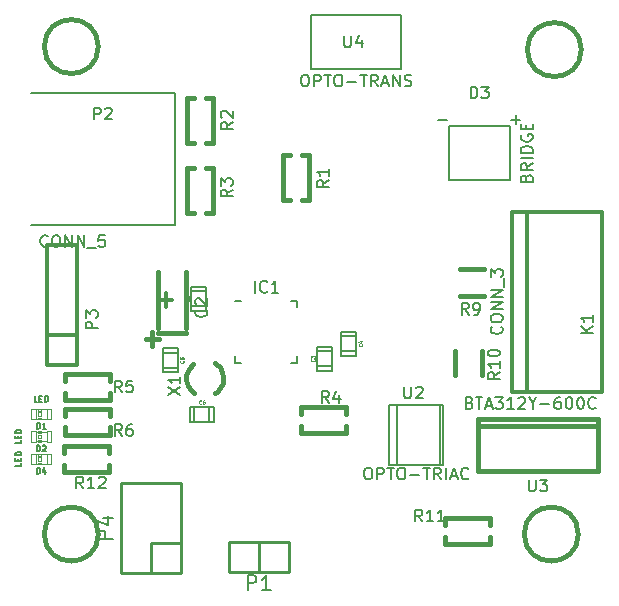
<source format=gto>
%FSLAX34Y34*%
G04 Gerber Fmt 3.4, Leading zero omitted, Abs format*
G04 (created by PCBNEW (2014-jan-25)-product) date Fri 29 May 2015 04:51:05 AM EDT*
%MOIN*%
G01*
G70*
G90*
G04 APERTURE LIST*
%ADD10C,0.005906*%
%ADD11C,0.005000*%
%ADD12C,0.015000*%
%ADD13C,0.002600*%
%ADD14C,0.004000*%
%ADD15C,0.012000*%
%ADD16C,0.010000*%
%ADD17C,0.002400*%
%ADD18C,0.008000*%
G04 APERTURE END LIST*
G54D10*
G54D11*
X38500Y-62400D02*
X39000Y-62400D01*
X38500Y-62900D02*
X38990Y-62900D01*
X38500Y-63050D02*
X38500Y-62250D01*
X38500Y-62250D02*
X39000Y-62250D01*
X39000Y-62250D02*
X39000Y-63050D01*
X39000Y-63050D02*
X38500Y-63050D01*
G54D12*
X37378Y-62070D02*
X37378Y-61755D01*
X37378Y-63330D02*
X37378Y-63645D01*
X38322Y-63330D02*
X38322Y-63645D01*
X38322Y-62070D02*
X38322Y-61755D01*
X36984Y-63999D02*
X37417Y-63999D01*
X37181Y-64235D02*
X37181Y-63763D01*
X37378Y-63802D02*
X38322Y-63802D01*
X37378Y-62070D02*
X37378Y-63330D01*
X38322Y-62070D02*
X38322Y-63330D01*
G54D11*
X42700Y-64400D02*
X43200Y-64400D01*
X42700Y-64900D02*
X43190Y-64900D01*
X42700Y-65050D02*
X42700Y-64250D01*
X42700Y-64250D02*
X43200Y-64250D01*
X43200Y-64250D02*
X43200Y-65050D01*
X43200Y-65050D02*
X42700Y-65050D01*
X44000Y-64400D02*
X43500Y-64400D01*
X44000Y-63900D02*
X43510Y-63900D01*
X44000Y-63750D02*
X44000Y-64550D01*
X44000Y-64550D02*
X43500Y-64550D01*
X43500Y-64550D02*
X43500Y-63750D01*
X43500Y-63750D02*
X44000Y-63750D01*
X38050Y-64950D02*
X37550Y-64950D01*
X38050Y-64450D02*
X37560Y-64450D01*
X38050Y-64300D02*
X38050Y-65100D01*
X38050Y-65100D02*
X37550Y-65100D01*
X37550Y-65100D02*
X37550Y-64300D01*
X37550Y-64300D02*
X38050Y-64300D01*
X39100Y-66250D02*
X39100Y-66750D01*
X38600Y-66250D02*
X38600Y-66740D01*
X38450Y-66250D02*
X39250Y-66250D01*
X39250Y-66250D02*
X39250Y-66750D01*
X39250Y-66750D02*
X38450Y-66750D01*
X38450Y-66750D02*
X38450Y-66250D01*
G54D13*
X33323Y-66677D02*
X33323Y-66323D01*
X33323Y-66323D02*
X33166Y-66323D01*
X33166Y-66677D02*
X33166Y-66323D01*
X33323Y-66677D02*
X33166Y-66677D01*
X33834Y-66677D02*
X33834Y-66323D01*
X33834Y-66323D02*
X33677Y-66323D01*
X33677Y-66677D02*
X33677Y-66323D01*
X33834Y-66677D02*
X33677Y-66677D01*
X33500Y-66677D02*
X33500Y-66618D01*
X33500Y-66618D02*
X33382Y-66618D01*
X33382Y-66677D02*
X33382Y-66618D01*
X33500Y-66677D02*
X33382Y-66677D01*
X33500Y-66382D02*
X33500Y-66323D01*
X33500Y-66323D02*
X33382Y-66323D01*
X33382Y-66382D02*
X33382Y-66323D01*
X33500Y-66382D02*
X33382Y-66382D01*
X33500Y-66559D02*
X33500Y-66441D01*
X33500Y-66441D02*
X33382Y-66441D01*
X33382Y-66559D02*
X33382Y-66441D01*
X33500Y-66559D02*
X33382Y-66559D01*
G54D14*
X33323Y-66657D02*
X33677Y-66657D01*
X33323Y-66343D02*
X33677Y-66343D01*
G54D13*
X33323Y-67427D02*
X33323Y-67073D01*
X33323Y-67073D02*
X33166Y-67073D01*
X33166Y-67427D02*
X33166Y-67073D01*
X33323Y-67427D02*
X33166Y-67427D01*
X33834Y-67427D02*
X33834Y-67073D01*
X33834Y-67073D02*
X33677Y-67073D01*
X33677Y-67427D02*
X33677Y-67073D01*
X33834Y-67427D02*
X33677Y-67427D01*
X33500Y-67427D02*
X33500Y-67368D01*
X33500Y-67368D02*
X33382Y-67368D01*
X33382Y-67427D02*
X33382Y-67368D01*
X33500Y-67427D02*
X33382Y-67427D01*
X33500Y-67132D02*
X33500Y-67073D01*
X33500Y-67073D02*
X33382Y-67073D01*
X33382Y-67132D02*
X33382Y-67073D01*
X33500Y-67132D02*
X33382Y-67132D01*
X33500Y-67309D02*
X33500Y-67191D01*
X33500Y-67191D02*
X33382Y-67191D01*
X33382Y-67309D02*
X33382Y-67191D01*
X33500Y-67309D02*
X33382Y-67309D01*
G54D14*
X33323Y-67407D02*
X33677Y-67407D01*
X33323Y-67093D02*
X33677Y-67093D01*
G54D10*
X47076Y-56894D02*
X49123Y-56894D01*
X49123Y-56894D02*
X49123Y-58705D01*
X49123Y-58705D02*
X47076Y-58705D01*
X47076Y-58705D02*
X47076Y-56894D01*
G54D13*
X33323Y-68177D02*
X33323Y-67823D01*
X33323Y-67823D02*
X33166Y-67823D01*
X33166Y-68177D02*
X33166Y-67823D01*
X33323Y-68177D02*
X33166Y-68177D01*
X33834Y-68177D02*
X33834Y-67823D01*
X33834Y-67823D02*
X33677Y-67823D01*
X33677Y-68177D02*
X33677Y-67823D01*
X33834Y-68177D02*
X33677Y-68177D01*
X33500Y-68177D02*
X33500Y-68118D01*
X33500Y-68118D02*
X33382Y-68118D01*
X33382Y-68177D02*
X33382Y-68118D01*
X33500Y-68177D02*
X33382Y-68177D01*
X33500Y-67882D02*
X33500Y-67823D01*
X33500Y-67823D02*
X33382Y-67823D01*
X33382Y-67882D02*
X33382Y-67823D01*
X33500Y-67882D02*
X33382Y-67882D01*
X33500Y-68059D02*
X33500Y-67941D01*
X33500Y-67941D02*
X33382Y-67941D01*
X33382Y-68059D02*
X33382Y-67941D01*
X33500Y-68059D02*
X33382Y-68059D01*
G54D14*
X33323Y-68157D02*
X33677Y-68157D01*
X33323Y-67843D02*
X33677Y-67843D01*
G54D15*
X49200Y-59750D02*
X52200Y-59750D01*
X49200Y-65750D02*
X52200Y-65750D01*
X49700Y-59750D02*
X49700Y-65750D01*
X52200Y-59750D02*
X52200Y-65750D01*
X49200Y-59750D02*
X49200Y-65750D01*
G54D10*
X33150Y-55800D02*
X37950Y-55800D01*
X37950Y-55800D02*
X37950Y-60200D01*
X37950Y-60200D02*
X33150Y-60200D01*
G54D15*
X33700Y-64850D02*
X33700Y-64850D01*
X34700Y-64850D02*
X33700Y-64850D01*
X33700Y-64850D02*
X33700Y-64850D01*
X33700Y-64850D02*
X33700Y-60850D01*
X33700Y-60850D02*
X34700Y-60850D01*
X34700Y-60850D02*
X34700Y-64850D01*
X34700Y-63850D02*
X33700Y-63850D01*
G54D16*
X37150Y-71800D02*
X37150Y-70800D01*
X37150Y-70800D02*
X38150Y-70800D01*
X38150Y-71800D02*
X38150Y-68800D01*
X38150Y-68800D02*
X36150Y-68800D01*
X36150Y-68800D02*
X36150Y-70800D01*
X38150Y-71800D02*
X37150Y-71800D01*
X36150Y-71800D02*
X37150Y-71800D01*
X36150Y-70800D02*
X36150Y-71800D01*
G54D12*
X41803Y-57852D02*
X41567Y-57852D01*
X41567Y-57852D02*
X41567Y-59348D01*
X41567Y-59348D02*
X41803Y-59348D01*
X42197Y-59348D02*
X42433Y-59348D01*
X42433Y-59348D02*
X42433Y-57852D01*
X42433Y-57852D02*
X42197Y-57852D01*
X38603Y-55952D02*
X38367Y-55952D01*
X38367Y-55952D02*
X38367Y-57448D01*
X38367Y-57448D02*
X38603Y-57448D01*
X38997Y-57448D02*
X39233Y-57448D01*
X39233Y-57448D02*
X39233Y-55952D01*
X39233Y-55952D02*
X38997Y-55952D01*
X38997Y-59798D02*
X39233Y-59798D01*
X39233Y-59798D02*
X39233Y-58302D01*
X39233Y-58302D02*
X38997Y-58302D01*
X38603Y-58302D02*
X38367Y-58302D01*
X38367Y-58302D02*
X38367Y-59798D01*
X38367Y-59798D02*
X38603Y-59798D01*
X43648Y-66503D02*
X43648Y-66267D01*
X43648Y-66267D02*
X42152Y-66267D01*
X42152Y-66267D02*
X42152Y-66503D01*
X42152Y-66897D02*
X42152Y-67133D01*
X42152Y-67133D02*
X43648Y-67133D01*
X43648Y-67133D02*
X43648Y-66897D01*
X34302Y-65797D02*
X34302Y-66033D01*
X34302Y-66033D02*
X35798Y-66033D01*
X35798Y-66033D02*
X35798Y-65797D01*
X35798Y-65403D02*
X35798Y-65167D01*
X35798Y-65167D02*
X34302Y-65167D01*
X34302Y-65167D02*
X34302Y-65403D01*
X34302Y-66947D02*
X34302Y-67183D01*
X34302Y-67183D02*
X35798Y-67183D01*
X35798Y-67183D02*
X35798Y-66947D01*
X35798Y-66553D02*
X35798Y-66317D01*
X35798Y-66317D02*
X34302Y-66317D01*
X34302Y-66317D02*
X34302Y-66553D01*
X47850Y-62550D02*
X48250Y-62550D01*
X47850Y-62550D02*
X47450Y-62550D01*
X47850Y-61650D02*
X48250Y-61650D01*
X47850Y-61650D02*
X47450Y-61650D01*
X47300Y-64800D02*
X47300Y-65200D01*
X47300Y-64800D02*
X47300Y-64400D01*
X48200Y-64800D02*
X48200Y-65200D01*
X48200Y-64800D02*
X48200Y-64400D01*
X46952Y-70597D02*
X46952Y-70833D01*
X46952Y-70833D02*
X48448Y-70833D01*
X48448Y-70833D02*
X48448Y-70597D01*
X48448Y-70203D02*
X48448Y-69967D01*
X48448Y-69967D02*
X46952Y-69967D01*
X46952Y-69967D02*
X46952Y-70203D01*
X35748Y-67803D02*
X35748Y-67567D01*
X35748Y-67567D02*
X34252Y-67567D01*
X34252Y-67567D02*
X34252Y-67803D01*
X34252Y-68197D02*
X34252Y-68433D01*
X34252Y-68433D02*
X35748Y-68433D01*
X35748Y-68433D02*
X35748Y-68197D01*
G54D10*
X46800Y-68200D02*
X45350Y-68200D01*
X45350Y-68200D02*
X46800Y-68200D01*
X46800Y-66200D02*
X46800Y-68200D01*
X45350Y-66200D02*
X45350Y-68200D01*
X45100Y-66200D02*
X46900Y-66200D01*
X46900Y-66200D02*
X46900Y-68200D01*
X46900Y-68200D02*
X45100Y-68200D01*
X45100Y-68200D02*
X45100Y-66200D01*
G54D12*
X48050Y-66900D02*
X48050Y-66650D01*
X48050Y-66650D02*
X52050Y-66650D01*
X52050Y-66650D02*
X52050Y-66900D01*
X48050Y-68400D02*
X48050Y-66900D01*
X48050Y-66900D02*
X52050Y-66900D01*
X52050Y-66900D02*
X52050Y-68400D01*
X52050Y-68400D02*
X48050Y-68400D01*
G54D10*
X42500Y-53200D02*
X45500Y-53200D01*
X45500Y-53200D02*
X45500Y-55000D01*
X45500Y-55000D02*
X42500Y-55000D01*
X42500Y-55000D02*
X42500Y-53200D01*
G54D12*
X38596Y-65812D02*
X38497Y-65713D01*
X38497Y-65713D02*
X38399Y-65576D01*
X38399Y-65576D02*
X38340Y-65359D01*
X38340Y-65359D02*
X38340Y-65202D01*
X38340Y-65202D02*
X38419Y-65005D01*
X38419Y-65005D02*
X38556Y-64847D01*
X39285Y-65812D02*
X39363Y-65753D01*
X39363Y-65753D02*
X39462Y-65635D01*
X39462Y-65635D02*
X39541Y-65457D01*
X39541Y-65457D02*
X39560Y-65280D01*
X39560Y-65280D02*
X39521Y-65083D01*
X39521Y-65083D02*
X39442Y-64946D01*
X39442Y-64946D02*
X39304Y-64808D01*
G54D16*
X40750Y-71750D02*
X40750Y-70750D01*
X41750Y-71750D02*
X41750Y-70750D01*
X41750Y-70750D02*
X40750Y-70750D01*
X40750Y-70750D02*
X39750Y-70750D01*
X39750Y-70750D02*
X39750Y-71750D01*
X39750Y-71750D02*
X41750Y-71750D01*
G54D10*
X42033Y-62716D02*
X42033Y-62923D01*
X39966Y-64783D02*
X39966Y-64576D01*
X42033Y-64783D02*
X42033Y-64576D01*
X39966Y-62716D02*
X40173Y-62716D01*
X39966Y-64783D02*
X40173Y-64783D01*
X42033Y-64783D02*
X41826Y-64783D01*
X42033Y-62716D02*
X41826Y-62716D01*
G54D12*
X35400Y-54250D02*
G75*
G03X35400Y-54250I-900J0D01*
G74*
G01*
X51400Y-70500D02*
G75*
G03X51400Y-70500I-900J0D01*
G74*
G01*
X35400Y-70500D02*
G75*
G03X35400Y-70500I-900J0D01*
G74*
G01*
X51500Y-54350D02*
G75*
G03X51500Y-54350I-900J0D01*
G74*
G01*
G54D17*
X38402Y-62669D02*
X38407Y-62675D01*
X38413Y-62692D01*
X38413Y-62703D01*
X38407Y-62720D01*
X38396Y-62731D01*
X38385Y-62737D01*
X38362Y-62742D01*
X38345Y-62742D01*
X38323Y-62737D01*
X38312Y-62731D01*
X38301Y-62720D01*
X38295Y-62703D01*
X38295Y-62692D01*
X38301Y-62675D01*
X38306Y-62669D01*
X38413Y-62557D02*
X38413Y-62624D01*
X38413Y-62591D02*
X38295Y-62591D01*
X38312Y-62602D01*
X38323Y-62613D01*
X38329Y-62624D01*
G54D10*
X38990Y-63015D02*
X39009Y-63034D01*
X39028Y-63090D01*
X39028Y-63128D01*
X39009Y-63184D01*
X38971Y-63221D01*
X38934Y-63240D01*
X38859Y-63259D01*
X38803Y-63259D01*
X38728Y-63240D01*
X38690Y-63221D01*
X38653Y-63184D01*
X38634Y-63128D01*
X38634Y-63090D01*
X38653Y-63034D01*
X38671Y-63015D01*
X38671Y-62865D02*
X38653Y-62846D01*
X38634Y-62809D01*
X38634Y-62715D01*
X38653Y-62678D01*
X38671Y-62659D01*
X38709Y-62640D01*
X38746Y-62640D01*
X38803Y-62659D01*
X39028Y-62884D01*
X39028Y-62640D01*
G54D15*
X37642Y-62928D02*
X37642Y-62471D01*
X37871Y-62699D02*
X37414Y-62699D01*
G54D17*
X42602Y-64669D02*
X42607Y-64675D01*
X42613Y-64692D01*
X42613Y-64703D01*
X42607Y-64720D01*
X42596Y-64731D01*
X42585Y-64737D01*
X42562Y-64742D01*
X42545Y-64742D01*
X42523Y-64737D01*
X42512Y-64731D01*
X42501Y-64720D01*
X42495Y-64703D01*
X42495Y-64692D01*
X42501Y-64675D01*
X42506Y-64669D01*
X42495Y-64630D02*
X42495Y-64557D01*
X42540Y-64596D01*
X42540Y-64579D01*
X42545Y-64568D01*
X42551Y-64562D01*
X42562Y-64557D01*
X42590Y-64557D01*
X42602Y-64562D01*
X42607Y-64568D01*
X42613Y-64579D01*
X42613Y-64613D01*
X42607Y-64624D01*
X42602Y-64630D01*
X44182Y-64169D02*
X44187Y-64175D01*
X44193Y-64192D01*
X44193Y-64203D01*
X44187Y-64220D01*
X44176Y-64231D01*
X44165Y-64237D01*
X44142Y-64242D01*
X44125Y-64242D01*
X44103Y-64237D01*
X44092Y-64231D01*
X44081Y-64220D01*
X44075Y-64203D01*
X44075Y-64192D01*
X44081Y-64175D01*
X44086Y-64169D01*
X44114Y-64068D02*
X44193Y-64068D01*
X44069Y-64096D02*
X44154Y-64124D01*
X44154Y-64051D01*
X38232Y-64719D02*
X38237Y-64725D01*
X38243Y-64742D01*
X38243Y-64753D01*
X38237Y-64770D01*
X38226Y-64781D01*
X38215Y-64787D01*
X38192Y-64792D01*
X38175Y-64792D01*
X38153Y-64787D01*
X38142Y-64781D01*
X38131Y-64770D01*
X38125Y-64753D01*
X38125Y-64742D01*
X38131Y-64725D01*
X38136Y-64719D01*
X38125Y-64612D02*
X38125Y-64669D01*
X38181Y-64674D01*
X38175Y-64669D01*
X38170Y-64657D01*
X38170Y-64629D01*
X38175Y-64618D01*
X38181Y-64612D01*
X38192Y-64607D01*
X38220Y-64607D01*
X38232Y-64612D01*
X38237Y-64618D01*
X38243Y-64629D01*
X38243Y-64657D01*
X38237Y-64669D01*
X38232Y-64674D01*
X38830Y-66152D02*
X38824Y-66157D01*
X38807Y-66163D01*
X38796Y-66163D01*
X38779Y-66157D01*
X38768Y-66146D01*
X38762Y-66135D01*
X38757Y-66112D01*
X38757Y-66095D01*
X38762Y-66073D01*
X38768Y-66062D01*
X38779Y-66051D01*
X38796Y-66045D01*
X38807Y-66045D01*
X38824Y-66051D01*
X38830Y-66056D01*
X38931Y-66045D02*
X38909Y-66045D01*
X38897Y-66051D01*
X38892Y-66056D01*
X38880Y-66073D01*
X38875Y-66095D01*
X38875Y-66140D01*
X38880Y-66152D01*
X38886Y-66157D01*
X38897Y-66163D01*
X38920Y-66163D01*
X38931Y-66157D01*
X38937Y-66152D01*
X38942Y-66140D01*
X38942Y-66112D01*
X38937Y-66101D01*
X38931Y-66095D01*
X38920Y-66090D01*
X38897Y-66090D01*
X38886Y-66095D01*
X38880Y-66101D01*
X38875Y-66112D01*
G54D11*
X33352Y-66990D02*
X33352Y-66790D01*
X33400Y-66790D01*
X33428Y-66800D01*
X33447Y-66819D01*
X33457Y-66838D01*
X33466Y-66876D01*
X33466Y-66904D01*
X33457Y-66942D01*
X33447Y-66961D01*
X33428Y-66980D01*
X33400Y-66990D01*
X33352Y-66990D01*
X33657Y-66990D02*
X33542Y-66990D01*
X33600Y-66990D02*
X33600Y-66790D01*
X33580Y-66819D01*
X33561Y-66838D01*
X33542Y-66847D01*
X33371Y-66090D02*
X33276Y-66090D01*
X33276Y-65890D01*
X33438Y-65985D02*
X33504Y-65985D01*
X33533Y-66090D02*
X33438Y-66090D01*
X33438Y-65890D01*
X33533Y-65890D01*
X33619Y-66090D02*
X33619Y-65890D01*
X33666Y-65890D01*
X33695Y-65900D01*
X33714Y-65919D01*
X33723Y-65938D01*
X33733Y-65976D01*
X33733Y-66004D01*
X33723Y-66042D01*
X33714Y-66061D01*
X33695Y-66080D01*
X33666Y-66090D01*
X33619Y-66090D01*
X33352Y-67740D02*
X33352Y-67540D01*
X33400Y-67540D01*
X33428Y-67550D01*
X33447Y-67569D01*
X33457Y-67588D01*
X33466Y-67626D01*
X33466Y-67654D01*
X33457Y-67692D01*
X33447Y-67711D01*
X33428Y-67730D01*
X33400Y-67740D01*
X33352Y-67740D01*
X33542Y-67559D02*
X33552Y-67550D01*
X33571Y-67540D01*
X33619Y-67540D01*
X33638Y-67550D01*
X33647Y-67559D01*
X33657Y-67578D01*
X33657Y-67597D01*
X33647Y-67626D01*
X33533Y-67740D01*
X33657Y-67740D01*
X32840Y-67378D02*
X32840Y-67473D01*
X32640Y-67473D01*
X32735Y-67311D02*
X32735Y-67245D01*
X32840Y-67216D02*
X32840Y-67311D01*
X32640Y-67311D01*
X32640Y-67216D01*
X32840Y-67130D02*
X32640Y-67130D01*
X32640Y-67083D01*
X32650Y-67054D01*
X32669Y-67035D01*
X32688Y-67026D01*
X32726Y-67016D01*
X32754Y-67016D01*
X32792Y-67026D01*
X32811Y-67035D01*
X32830Y-67054D01*
X32840Y-67083D01*
X32840Y-67130D01*
G54D10*
X47809Y-55978D02*
X47809Y-55584D01*
X47903Y-55584D01*
X47959Y-55603D01*
X47996Y-55640D01*
X48015Y-55678D01*
X48034Y-55753D01*
X48034Y-55809D01*
X48015Y-55884D01*
X47996Y-55921D01*
X47959Y-55959D01*
X47903Y-55978D01*
X47809Y-55978D01*
X48165Y-55584D02*
X48409Y-55584D01*
X48278Y-55734D01*
X48334Y-55734D01*
X48371Y-55753D01*
X48390Y-55771D01*
X48409Y-55809D01*
X48409Y-55903D01*
X48390Y-55940D01*
X48371Y-55959D01*
X48334Y-55978D01*
X48221Y-55978D01*
X48184Y-55959D01*
X48165Y-55940D01*
X49671Y-58634D02*
X49690Y-58578D01*
X49709Y-58559D01*
X49746Y-58540D01*
X49803Y-58540D01*
X49840Y-58559D01*
X49859Y-58578D01*
X49878Y-58615D01*
X49878Y-58765D01*
X49484Y-58765D01*
X49484Y-58634D01*
X49503Y-58596D01*
X49521Y-58578D01*
X49559Y-58559D01*
X49596Y-58559D01*
X49634Y-58578D01*
X49653Y-58596D01*
X49671Y-58634D01*
X49671Y-58765D01*
X49878Y-58146D02*
X49690Y-58278D01*
X49878Y-58371D02*
X49484Y-58371D01*
X49484Y-58221D01*
X49503Y-58184D01*
X49521Y-58165D01*
X49559Y-58146D01*
X49615Y-58146D01*
X49653Y-58165D01*
X49671Y-58184D01*
X49690Y-58221D01*
X49690Y-58371D01*
X49878Y-57978D02*
X49484Y-57978D01*
X49878Y-57790D02*
X49484Y-57790D01*
X49484Y-57696D01*
X49503Y-57640D01*
X49540Y-57603D01*
X49578Y-57584D01*
X49653Y-57565D01*
X49709Y-57565D01*
X49784Y-57584D01*
X49821Y-57603D01*
X49859Y-57640D01*
X49878Y-57696D01*
X49878Y-57790D01*
X49503Y-57190D02*
X49484Y-57228D01*
X49484Y-57284D01*
X49503Y-57340D01*
X49540Y-57378D01*
X49578Y-57396D01*
X49653Y-57415D01*
X49709Y-57415D01*
X49784Y-57396D01*
X49821Y-57378D01*
X49859Y-57340D01*
X49878Y-57284D01*
X49878Y-57246D01*
X49859Y-57190D01*
X49840Y-57171D01*
X49709Y-57171D01*
X49709Y-57246D01*
X49671Y-57003D02*
X49671Y-56871D01*
X49878Y-56815D02*
X49878Y-57003D01*
X49484Y-57003D01*
X49484Y-56815D01*
X46729Y-56686D02*
X47029Y-56686D01*
X49170Y-56686D02*
X49470Y-56686D01*
X49320Y-56836D02*
X49320Y-56536D01*
G54D11*
X33352Y-68490D02*
X33352Y-68290D01*
X33400Y-68290D01*
X33428Y-68300D01*
X33447Y-68319D01*
X33457Y-68338D01*
X33466Y-68376D01*
X33466Y-68404D01*
X33457Y-68442D01*
X33447Y-68461D01*
X33428Y-68480D01*
X33400Y-68490D01*
X33352Y-68490D01*
X33638Y-68357D02*
X33638Y-68490D01*
X33590Y-68280D02*
X33542Y-68423D01*
X33666Y-68423D01*
X32840Y-68128D02*
X32840Y-68223D01*
X32640Y-68223D01*
X32735Y-68061D02*
X32735Y-67995D01*
X32840Y-67966D02*
X32840Y-68061D01*
X32640Y-68061D01*
X32640Y-67966D01*
X32840Y-67880D02*
X32640Y-67880D01*
X32640Y-67833D01*
X32650Y-67804D01*
X32669Y-67785D01*
X32688Y-67776D01*
X32726Y-67766D01*
X32754Y-67766D01*
X32792Y-67776D01*
X32811Y-67785D01*
X32830Y-67804D01*
X32840Y-67833D01*
X32840Y-67880D01*
G54D10*
X51878Y-63790D02*
X51484Y-63790D01*
X51878Y-63565D02*
X51653Y-63734D01*
X51484Y-63565D02*
X51709Y-63790D01*
X51878Y-63190D02*
X51878Y-63415D01*
X51878Y-63303D02*
X51484Y-63303D01*
X51540Y-63340D01*
X51578Y-63378D01*
X51596Y-63415D01*
X48840Y-63584D02*
X48859Y-63603D01*
X48878Y-63659D01*
X48878Y-63696D01*
X48859Y-63752D01*
X48821Y-63790D01*
X48784Y-63809D01*
X48709Y-63827D01*
X48653Y-63827D01*
X48578Y-63809D01*
X48540Y-63790D01*
X48503Y-63752D01*
X48484Y-63696D01*
X48484Y-63659D01*
X48503Y-63603D01*
X48521Y-63584D01*
X48484Y-63340D02*
X48484Y-63265D01*
X48503Y-63228D01*
X48540Y-63190D01*
X48615Y-63171D01*
X48746Y-63171D01*
X48821Y-63190D01*
X48859Y-63228D01*
X48878Y-63265D01*
X48878Y-63340D01*
X48859Y-63378D01*
X48821Y-63415D01*
X48746Y-63434D01*
X48615Y-63434D01*
X48540Y-63415D01*
X48503Y-63378D01*
X48484Y-63340D01*
X48878Y-63003D02*
X48484Y-63003D01*
X48878Y-62778D01*
X48484Y-62778D01*
X48878Y-62590D02*
X48484Y-62590D01*
X48878Y-62365D01*
X48484Y-62365D01*
X48915Y-62271D02*
X48915Y-61971D01*
X48484Y-61915D02*
X48484Y-61672D01*
X48634Y-61803D01*
X48634Y-61747D01*
X48653Y-61709D01*
X48671Y-61690D01*
X48709Y-61672D01*
X48803Y-61672D01*
X48840Y-61690D01*
X48859Y-61709D01*
X48878Y-61747D01*
X48878Y-61859D01*
X48859Y-61896D01*
X48840Y-61915D01*
X35259Y-56678D02*
X35259Y-56284D01*
X35409Y-56284D01*
X35446Y-56303D01*
X35465Y-56321D01*
X35484Y-56359D01*
X35484Y-56415D01*
X35465Y-56453D01*
X35446Y-56471D01*
X35409Y-56490D01*
X35259Y-56490D01*
X35634Y-56321D02*
X35653Y-56303D01*
X35690Y-56284D01*
X35784Y-56284D01*
X35821Y-56303D01*
X35840Y-56321D01*
X35859Y-56359D01*
X35859Y-56396D01*
X35840Y-56453D01*
X35615Y-56678D01*
X35859Y-56678D01*
X33715Y-60890D02*
X33696Y-60909D01*
X33640Y-60928D01*
X33603Y-60928D01*
X33547Y-60909D01*
X33509Y-60871D01*
X33490Y-60834D01*
X33472Y-60759D01*
X33472Y-60703D01*
X33490Y-60628D01*
X33509Y-60590D01*
X33547Y-60553D01*
X33603Y-60534D01*
X33640Y-60534D01*
X33696Y-60553D01*
X33715Y-60571D01*
X33959Y-60534D02*
X34034Y-60534D01*
X34071Y-60553D01*
X34109Y-60590D01*
X34128Y-60665D01*
X34128Y-60796D01*
X34109Y-60871D01*
X34071Y-60909D01*
X34034Y-60928D01*
X33959Y-60928D01*
X33921Y-60909D01*
X33884Y-60871D01*
X33865Y-60796D01*
X33865Y-60665D01*
X33884Y-60590D01*
X33921Y-60553D01*
X33959Y-60534D01*
X34296Y-60928D02*
X34296Y-60534D01*
X34521Y-60928D01*
X34521Y-60534D01*
X34709Y-60928D02*
X34709Y-60534D01*
X34934Y-60928D01*
X34934Y-60534D01*
X35028Y-60965D02*
X35328Y-60965D01*
X35609Y-60534D02*
X35421Y-60534D01*
X35403Y-60721D01*
X35421Y-60703D01*
X35459Y-60684D01*
X35553Y-60684D01*
X35590Y-60703D01*
X35609Y-60721D01*
X35627Y-60759D01*
X35627Y-60853D01*
X35609Y-60890D01*
X35590Y-60909D01*
X35553Y-60928D01*
X35459Y-60928D01*
X35421Y-60909D01*
X35403Y-60890D01*
X35378Y-63640D02*
X34984Y-63640D01*
X34984Y-63490D01*
X35003Y-63453D01*
X35021Y-63434D01*
X35059Y-63415D01*
X35115Y-63415D01*
X35153Y-63434D01*
X35171Y-63453D01*
X35190Y-63490D01*
X35190Y-63640D01*
X34984Y-63284D02*
X34984Y-63040D01*
X35134Y-63171D01*
X35134Y-63115D01*
X35153Y-63078D01*
X35171Y-63059D01*
X35209Y-63040D01*
X35303Y-63040D01*
X35340Y-63059D01*
X35359Y-63078D01*
X35378Y-63115D01*
X35378Y-63228D01*
X35359Y-63265D01*
X35340Y-63284D01*
G54D18*
X35876Y-70669D02*
X35376Y-70669D01*
X35376Y-70478D01*
X35400Y-70430D01*
X35423Y-70407D01*
X35471Y-70383D01*
X35542Y-70383D01*
X35590Y-70407D01*
X35614Y-70430D01*
X35638Y-70478D01*
X35638Y-70669D01*
X35542Y-69954D02*
X35876Y-69954D01*
X35352Y-70073D02*
X35709Y-70192D01*
X35709Y-69883D01*
G54D10*
X43084Y-58704D02*
X42896Y-58835D01*
X43084Y-58929D02*
X42690Y-58929D01*
X42690Y-58779D01*
X42709Y-58742D01*
X42727Y-58723D01*
X42765Y-58704D01*
X42821Y-58704D01*
X42859Y-58723D01*
X42877Y-58742D01*
X42896Y-58779D01*
X42896Y-58929D01*
X43084Y-58329D02*
X43084Y-58554D01*
X43084Y-58442D02*
X42690Y-58442D01*
X42746Y-58479D01*
X42784Y-58517D01*
X42802Y-58554D01*
X39878Y-56765D02*
X39690Y-56896D01*
X39878Y-56990D02*
X39484Y-56990D01*
X39484Y-56840D01*
X39503Y-56803D01*
X39521Y-56784D01*
X39559Y-56765D01*
X39615Y-56765D01*
X39653Y-56784D01*
X39671Y-56803D01*
X39690Y-56840D01*
X39690Y-56990D01*
X39521Y-56615D02*
X39503Y-56596D01*
X39484Y-56559D01*
X39484Y-56465D01*
X39503Y-56428D01*
X39521Y-56409D01*
X39559Y-56390D01*
X39596Y-56390D01*
X39653Y-56409D01*
X39878Y-56634D01*
X39878Y-56390D01*
X39878Y-59015D02*
X39690Y-59146D01*
X39878Y-59240D02*
X39484Y-59240D01*
X39484Y-59090D01*
X39503Y-59053D01*
X39521Y-59034D01*
X39559Y-59015D01*
X39615Y-59015D01*
X39653Y-59034D01*
X39671Y-59053D01*
X39690Y-59090D01*
X39690Y-59240D01*
X39484Y-58884D02*
X39484Y-58640D01*
X39634Y-58771D01*
X39634Y-58715D01*
X39653Y-58678D01*
X39671Y-58659D01*
X39709Y-58640D01*
X39803Y-58640D01*
X39840Y-58659D01*
X39859Y-58678D01*
X39878Y-58715D01*
X39878Y-58828D01*
X39859Y-58865D01*
X39840Y-58884D01*
X43084Y-66128D02*
X42953Y-65940D01*
X42859Y-66128D02*
X42859Y-65734D01*
X43009Y-65734D01*
X43046Y-65753D01*
X43065Y-65771D01*
X43084Y-65809D01*
X43084Y-65865D01*
X43065Y-65903D01*
X43046Y-65921D01*
X43009Y-65940D01*
X42859Y-65940D01*
X43421Y-65865D02*
X43421Y-66128D01*
X43328Y-65715D02*
X43234Y-65996D01*
X43478Y-65996D01*
X36184Y-65778D02*
X36053Y-65590D01*
X35959Y-65778D02*
X35959Y-65384D01*
X36109Y-65384D01*
X36146Y-65403D01*
X36165Y-65421D01*
X36184Y-65459D01*
X36184Y-65515D01*
X36165Y-65553D01*
X36146Y-65571D01*
X36109Y-65590D01*
X35959Y-65590D01*
X36540Y-65384D02*
X36353Y-65384D01*
X36334Y-65571D01*
X36353Y-65553D01*
X36390Y-65534D01*
X36484Y-65534D01*
X36521Y-65553D01*
X36540Y-65571D01*
X36559Y-65609D01*
X36559Y-65703D01*
X36540Y-65740D01*
X36521Y-65759D01*
X36484Y-65778D01*
X36390Y-65778D01*
X36353Y-65759D01*
X36334Y-65740D01*
X36184Y-67228D02*
X36053Y-67040D01*
X35959Y-67228D02*
X35959Y-66834D01*
X36109Y-66834D01*
X36146Y-66853D01*
X36165Y-66871D01*
X36184Y-66909D01*
X36184Y-66965D01*
X36165Y-67003D01*
X36146Y-67021D01*
X36109Y-67040D01*
X35959Y-67040D01*
X36521Y-66834D02*
X36446Y-66834D01*
X36409Y-66853D01*
X36390Y-66871D01*
X36353Y-66928D01*
X36334Y-67003D01*
X36334Y-67153D01*
X36353Y-67190D01*
X36371Y-67209D01*
X36409Y-67228D01*
X36484Y-67228D01*
X36521Y-67209D01*
X36540Y-67190D01*
X36559Y-67153D01*
X36559Y-67059D01*
X36540Y-67021D01*
X36521Y-67003D01*
X36484Y-66984D01*
X36409Y-66984D01*
X36371Y-67003D01*
X36353Y-67021D01*
X36334Y-67059D01*
X47745Y-63184D02*
X47614Y-62996D01*
X47520Y-63184D02*
X47520Y-62790D01*
X47670Y-62790D01*
X47707Y-62809D01*
X47726Y-62827D01*
X47745Y-62865D01*
X47745Y-62921D01*
X47726Y-62959D01*
X47707Y-62977D01*
X47670Y-62996D01*
X47520Y-62996D01*
X47932Y-63184D02*
X48007Y-63184D01*
X48045Y-63165D01*
X48064Y-63146D01*
X48101Y-63090D01*
X48120Y-63015D01*
X48120Y-62865D01*
X48101Y-62827D01*
X48082Y-62809D01*
X48045Y-62790D01*
X47970Y-62790D01*
X47932Y-62809D01*
X47914Y-62827D01*
X47895Y-62865D01*
X47895Y-62959D01*
X47914Y-62996D01*
X47932Y-63015D01*
X47970Y-63034D01*
X48045Y-63034D01*
X48082Y-63015D01*
X48101Y-62996D01*
X48120Y-62959D01*
X48778Y-65103D02*
X48590Y-65234D01*
X48778Y-65328D02*
X48384Y-65328D01*
X48384Y-65178D01*
X48403Y-65140D01*
X48421Y-65121D01*
X48459Y-65103D01*
X48515Y-65103D01*
X48553Y-65121D01*
X48571Y-65140D01*
X48590Y-65178D01*
X48590Y-65328D01*
X48778Y-64728D02*
X48778Y-64953D01*
X48778Y-64840D02*
X48384Y-64840D01*
X48440Y-64878D01*
X48478Y-64915D01*
X48496Y-64953D01*
X48384Y-64484D02*
X48384Y-64446D01*
X48403Y-64409D01*
X48421Y-64390D01*
X48459Y-64371D01*
X48534Y-64353D01*
X48628Y-64353D01*
X48703Y-64371D01*
X48740Y-64390D01*
X48759Y-64409D01*
X48778Y-64446D01*
X48778Y-64484D01*
X48759Y-64521D01*
X48740Y-64540D01*
X48703Y-64559D01*
X48628Y-64578D01*
X48534Y-64578D01*
X48459Y-64559D01*
X48421Y-64540D01*
X48403Y-64521D01*
X48384Y-64484D01*
X46196Y-70078D02*
X46065Y-69890D01*
X45971Y-70078D02*
X45971Y-69684D01*
X46121Y-69684D01*
X46159Y-69703D01*
X46178Y-69721D01*
X46196Y-69759D01*
X46196Y-69815D01*
X46178Y-69853D01*
X46159Y-69871D01*
X46121Y-69890D01*
X45971Y-69890D01*
X46571Y-70078D02*
X46346Y-70078D01*
X46459Y-70078D02*
X46459Y-69684D01*
X46421Y-69740D01*
X46384Y-69778D01*
X46346Y-69796D01*
X46946Y-70078D02*
X46721Y-70078D01*
X46834Y-70078D02*
X46834Y-69684D01*
X46796Y-69740D01*
X46759Y-69778D01*
X46721Y-69796D01*
X34896Y-68978D02*
X34765Y-68790D01*
X34671Y-68978D02*
X34671Y-68584D01*
X34821Y-68584D01*
X34859Y-68603D01*
X34878Y-68621D01*
X34896Y-68659D01*
X34896Y-68715D01*
X34878Y-68753D01*
X34859Y-68771D01*
X34821Y-68790D01*
X34671Y-68790D01*
X35271Y-68978D02*
X35046Y-68978D01*
X35159Y-68978D02*
X35159Y-68584D01*
X35121Y-68640D01*
X35084Y-68678D01*
X35046Y-68696D01*
X35421Y-68621D02*
X35440Y-68603D01*
X35478Y-68584D01*
X35571Y-68584D01*
X35609Y-68603D01*
X35628Y-68621D01*
X35646Y-68659D01*
X35646Y-68696D01*
X35628Y-68753D01*
X35403Y-68978D01*
X35646Y-68978D01*
X45600Y-65584D02*
X45600Y-65903D01*
X45618Y-65940D01*
X45637Y-65959D01*
X45675Y-65978D01*
X45750Y-65978D01*
X45787Y-65959D01*
X45806Y-65940D01*
X45825Y-65903D01*
X45825Y-65584D01*
X45993Y-65621D02*
X46012Y-65603D01*
X46049Y-65584D01*
X46143Y-65584D01*
X46181Y-65603D01*
X46199Y-65621D01*
X46218Y-65659D01*
X46218Y-65696D01*
X46199Y-65753D01*
X45974Y-65978D01*
X46218Y-65978D01*
X44359Y-68284D02*
X44434Y-68284D01*
X44472Y-68303D01*
X44509Y-68340D01*
X44528Y-68415D01*
X44528Y-68546D01*
X44509Y-68621D01*
X44472Y-68659D01*
X44434Y-68678D01*
X44359Y-68678D01*
X44322Y-68659D01*
X44284Y-68621D01*
X44265Y-68546D01*
X44265Y-68415D01*
X44284Y-68340D01*
X44322Y-68303D01*
X44359Y-68284D01*
X44697Y-68678D02*
X44697Y-68284D01*
X44847Y-68284D01*
X44884Y-68303D01*
X44903Y-68321D01*
X44922Y-68359D01*
X44922Y-68415D01*
X44903Y-68453D01*
X44884Y-68471D01*
X44847Y-68490D01*
X44697Y-68490D01*
X45034Y-68284D02*
X45259Y-68284D01*
X45146Y-68678D02*
X45146Y-68284D01*
X45465Y-68284D02*
X45540Y-68284D01*
X45578Y-68303D01*
X45615Y-68340D01*
X45634Y-68415D01*
X45634Y-68546D01*
X45615Y-68621D01*
X45578Y-68659D01*
X45540Y-68678D01*
X45465Y-68678D01*
X45428Y-68659D01*
X45390Y-68621D01*
X45371Y-68546D01*
X45371Y-68415D01*
X45390Y-68340D01*
X45428Y-68303D01*
X45465Y-68284D01*
X45803Y-68528D02*
X46103Y-68528D01*
X46234Y-68284D02*
X46459Y-68284D01*
X46346Y-68678D02*
X46346Y-68284D01*
X46815Y-68678D02*
X46684Y-68490D01*
X46590Y-68678D02*
X46590Y-68284D01*
X46740Y-68284D01*
X46778Y-68303D01*
X46796Y-68321D01*
X46815Y-68359D01*
X46815Y-68415D01*
X46796Y-68453D01*
X46778Y-68471D01*
X46740Y-68490D01*
X46590Y-68490D01*
X46984Y-68678D02*
X46984Y-68284D01*
X47152Y-68565D02*
X47340Y-68565D01*
X47115Y-68678D02*
X47246Y-68284D01*
X47377Y-68678D01*
X47734Y-68640D02*
X47715Y-68659D01*
X47659Y-68678D01*
X47621Y-68678D01*
X47565Y-68659D01*
X47527Y-68621D01*
X47509Y-68584D01*
X47490Y-68509D01*
X47490Y-68453D01*
X47509Y-68378D01*
X47527Y-68340D01*
X47565Y-68303D01*
X47621Y-68284D01*
X47659Y-68284D01*
X47715Y-68303D01*
X47734Y-68321D01*
X49750Y-68684D02*
X49750Y-69003D01*
X49768Y-69040D01*
X49787Y-69059D01*
X49825Y-69078D01*
X49900Y-69078D01*
X49937Y-69059D01*
X49956Y-69040D01*
X49975Y-69003D01*
X49975Y-68684D01*
X50124Y-68684D02*
X50368Y-68684D01*
X50237Y-68834D01*
X50293Y-68834D01*
X50331Y-68853D01*
X50349Y-68871D01*
X50368Y-68909D01*
X50368Y-69003D01*
X50349Y-69040D01*
X50331Y-69059D01*
X50293Y-69078D01*
X50181Y-69078D01*
X50143Y-69059D01*
X50124Y-69040D01*
X47775Y-66121D02*
X47831Y-66140D01*
X47850Y-66159D01*
X47868Y-66196D01*
X47868Y-66253D01*
X47850Y-66290D01*
X47831Y-66309D01*
X47794Y-66328D01*
X47644Y-66328D01*
X47644Y-65934D01*
X47775Y-65934D01*
X47812Y-65953D01*
X47831Y-65971D01*
X47850Y-66009D01*
X47850Y-66046D01*
X47831Y-66084D01*
X47812Y-66103D01*
X47775Y-66121D01*
X47644Y-66121D01*
X47981Y-65934D02*
X48206Y-65934D01*
X48093Y-66328D02*
X48093Y-65934D01*
X48318Y-66215D02*
X48506Y-66215D01*
X48281Y-66328D02*
X48412Y-65934D01*
X48543Y-66328D01*
X48637Y-65934D02*
X48881Y-65934D01*
X48750Y-66084D01*
X48806Y-66084D01*
X48843Y-66103D01*
X48862Y-66121D01*
X48881Y-66159D01*
X48881Y-66253D01*
X48862Y-66290D01*
X48843Y-66309D01*
X48806Y-66328D01*
X48693Y-66328D01*
X48656Y-66309D01*
X48637Y-66290D01*
X49256Y-66328D02*
X49031Y-66328D01*
X49143Y-66328D02*
X49143Y-65934D01*
X49106Y-65990D01*
X49068Y-66028D01*
X49031Y-66046D01*
X49406Y-65971D02*
X49425Y-65953D01*
X49462Y-65934D01*
X49556Y-65934D01*
X49593Y-65953D01*
X49612Y-65971D01*
X49631Y-66009D01*
X49631Y-66046D01*
X49612Y-66103D01*
X49387Y-66328D01*
X49631Y-66328D01*
X49874Y-66140D02*
X49874Y-66328D01*
X49743Y-65934D02*
X49874Y-66140D01*
X50006Y-65934D01*
X50137Y-66178D02*
X50437Y-66178D01*
X50793Y-65934D02*
X50718Y-65934D01*
X50681Y-65953D01*
X50662Y-65971D01*
X50624Y-66028D01*
X50606Y-66103D01*
X50606Y-66253D01*
X50624Y-66290D01*
X50643Y-66309D01*
X50681Y-66328D01*
X50756Y-66328D01*
X50793Y-66309D01*
X50812Y-66290D01*
X50831Y-66253D01*
X50831Y-66159D01*
X50812Y-66121D01*
X50793Y-66103D01*
X50756Y-66084D01*
X50681Y-66084D01*
X50643Y-66103D01*
X50624Y-66121D01*
X50606Y-66159D01*
X51074Y-65934D02*
X51112Y-65934D01*
X51149Y-65953D01*
X51168Y-65971D01*
X51187Y-66009D01*
X51206Y-66084D01*
X51206Y-66178D01*
X51187Y-66253D01*
X51168Y-66290D01*
X51149Y-66309D01*
X51112Y-66328D01*
X51074Y-66328D01*
X51037Y-66309D01*
X51018Y-66290D01*
X50999Y-66253D01*
X50981Y-66178D01*
X50981Y-66084D01*
X50999Y-66009D01*
X51018Y-65971D01*
X51037Y-65953D01*
X51074Y-65934D01*
X51449Y-65934D02*
X51487Y-65934D01*
X51524Y-65953D01*
X51543Y-65971D01*
X51562Y-66009D01*
X51581Y-66084D01*
X51581Y-66178D01*
X51562Y-66253D01*
X51543Y-66290D01*
X51524Y-66309D01*
X51487Y-66328D01*
X51449Y-66328D01*
X51412Y-66309D01*
X51393Y-66290D01*
X51374Y-66253D01*
X51356Y-66178D01*
X51356Y-66084D01*
X51374Y-66009D01*
X51393Y-65971D01*
X51412Y-65953D01*
X51449Y-65934D01*
X51974Y-66290D02*
X51955Y-66309D01*
X51899Y-66328D01*
X51862Y-66328D01*
X51805Y-66309D01*
X51768Y-66271D01*
X51749Y-66234D01*
X51731Y-66159D01*
X51731Y-66103D01*
X51749Y-66028D01*
X51768Y-65990D01*
X51805Y-65953D01*
X51862Y-65934D01*
X51899Y-65934D01*
X51955Y-65953D01*
X51974Y-65971D01*
X43600Y-53884D02*
X43600Y-54203D01*
X43618Y-54240D01*
X43637Y-54259D01*
X43675Y-54278D01*
X43750Y-54278D01*
X43787Y-54259D01*
X43806Y-54240D01*
X43825Y-54203D01*
X43825Y-53884D01*
X44181Y-54015D02*
X44181Y-54278D01*
X44087Y-53865D02*
X43993Y-54146D01*
X44237Y-54146D01*
X42256Y-55184D02*
X42331Y-55184D01*
X42368Y-55203D01*
X42406Y-55240D01*
X42425Y-55315D01*
X42425Y-55446D01*
X42406Y-55521D01*
X42368Y-55559D01*
X42331Y-55578D01*
X42256Y-55578D01*
X42218Y-55559D01*
X42181Y-55521D01*
X42162Y-55446D01*
X42162Y-55315D01*
X42181Y-55240D01*
X42218Y-55203D01*
X42256Y-55184D01*
X42593Y-55578D02*
X42593Y-55184D01*
X42743Y-55184D01*
X42781Y-55203D01*
X42800Y-55221D01*
X42818Y-55259D01*
X42818Y-55315D01*
X42800Y-55353D01*
X42781Y-55371D01*
X42743Y-55390D01*
X42593Y-55390D01*
X42931Y-55184D02*
X43156Y-55184D01*
X43043Y-55578D02*
X43043Y-55184D01*
X43362Y-55184D02*
X43437Y-55184D01*
X43475Y-55203D01*
X43512Y-55240D01*
X43531Y-55315D01*
X43531Y-55446D01*
X43512Y-55521D01*
X43475Y-55559D01*
X43437Y-55578D01*
X43362Y-55578D01*
X43325Y-55559D01*
X43287Y-55521D01*
X43268Y-55446D01*
X43268Y-55315D01*
X43287Y-55240D01*
X43325Y-55203D01*
X43362Y-55184D01*
X43700Y-55428D02*
X44000Y-55428D01*
X44131Y-55184D02*
X44356Y-55184D01*
X44243Y-55578D02*
X44243Y-55184D01*
X44712Y-55578D02*
X44581Y-55390D01*
X44487Y-55578D02*
X44487Y-55184D01*
X44637Y-55184D01*
X44674Y-55203D01*
X44693Y-55221D01*
X44712Y-55259D01*
X44712Y-55315D01*
X44693Y-55353D01*
X44674Y-55371D01*
X44637Y-55390D01*
X44487Y-55390D01*
X44862Y-55465D02*
X45049Y-55465D01*
X44824Y-55578D02*
X44956Y-55184D01*
X45087Y-55578D01*
X45218Y-55578D02*
X45218Y-55184D01*
X45443Y-55578D01*
X45443Y-55184D01*
X45612Y-55559D02*
X45668Y-55578D01*
X45762Y-55578D01*
X45799Y-55559D01*
X45818Y-55540D01*
X45837Y-55503D01*
X45837Y-55465D01*
X45818Y-55428D01*
X45799Y-55409D01*
X45762Y-55390D01*
X45687Y-55371D01*
X45649Y-55353D01*
X45631Y-55334D01*
X45612Y-55296D01*
X45612Y-55259D01*
X45631Y-55221D01*
X45649Y-55203D01*
X45687Y-55184D01*
X45781Y-55184D01*
X45837Y-55203D01*
X37734Y-65868D02*
X38128Y-65606D01*
X37734Y-65606D02*
X38128Y-65868D01*
X38128Y-65250D02*
X38128Y-65475D01*
X38128Y-65362D02*
X37734Y-65362D01*
X37790Y-65400D01*
X37828Y-65437D01*
X37846Y-65475D01*
G54D18*
X40380Y-72376D02*
X40380Y-71876D01*
X40571Y-71876D01*
X40619Y-71900D01*
X40642Y-71923D01*
X40666Y-71971D01*
X40666Y-72042D01*
X40642Y-72090D01*
X40619Y-72114D01*
X40571Y-72138D01*
X40380Y-72138D01*
X41142Y-72376D02*
X40857Y-72376D01*
X41000Y-72376D02*
X41000Y-71876D01*
X40952Y-71947D01*
X40904Y-71995D01*
X40857Y-72019D01*
G54D10*
X40615Y-62451D02*
X40615Y-62058D01*
X41028Y-62414D02*
X41009Y-62432D01*
X40953Y-62451D01*
X40915Y-62451D01*
X40859Y-62432D01*
X40821Y-62395D01*
X40803Y-62357D01*
X40784Y-62282D01*
X40784Y-62226D01*
X40803Y-62151D01*
X40821Y-62114D01*
X40859Y-62076D01*
X40915Y-62058D01*
X40953Y-62058D01*
X41009Y-62076D01*
X41028Y-62095D01*
X41403Y-62451D02*
X41178Y-62451D01*
X41290Y-62451D02*
X41290Y-62058D01*
X41253Y-62114D01*
X41215Y-62151D01*
X41178Y-62170D01*
M02*

</source>
